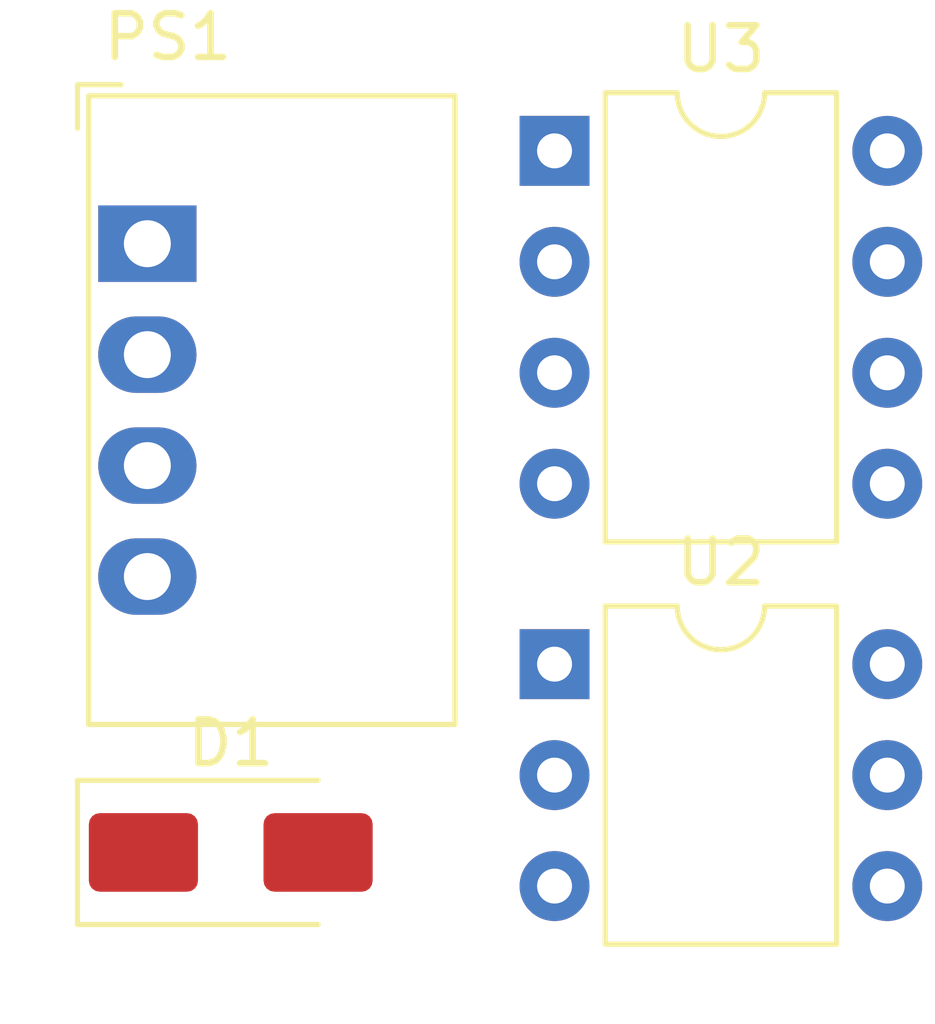
<source format=kicad_pcb>
(kicad_pcb (version 20240108) (generator "pcbnew") (generator_version "8.0")
  (layers (0 "F.Cu" signal) (31 "B.Cu" signal) (34 "B.Paste" user) (35 "F.Paste" user) (36 "B.SilkS" user "B.Silkscreen") (37 "F.SilkS" user "F.Silkscreen") (38 "B.Mask" user) (39 "F.Mask" user) (44 "Edge.Cuts" user))
  (net 0 "")
  (net 1 "12V_UNISO")
  (net 2 "GND")
  (net 3 "GND_ISO")
  (net 4 "+12V")
  (net 5 "Net-(Q2-S)")
  (net 7 "Net-(Q3-D)")
  (net 9 "Net-(Q5-G)")
  (net 10 "Net-(U3-CV)")
  (net 11 "Net-(U3-THR)")
  (net 12 "12V_ISO")
  (net 13 "Net-(Q6-G)")
  (net 14 "Net-(Q5-D)")
  (net 15 "Net-(U3-DIS)")
  (footprint "Converter_DCDC:Converter_DCDC_Murata_MEE3SxxxxSC_THT" (layer "F.Cu") (at 140.055 82.295)
    (property "Reference" "PS1" (at 0.47 -4.73 180) (layer "F.SilkS"))
    (property "Value" "MEE3S1212SC")
    (fp_line (start -1.6 -3.64) (end -1.6 -2.64) (stroke (width 0.12)) (layer "F.SilkS"))
    (fp_line (start -1.345 -3.385) (end -1.345 11.005) (stroke (width 0.12)) (layer "F.SilkS"))
    (fp_line (start -0.6 -3.64) (end -1.6 -3.64) (stroke (width 0.12)) (layer "F.SilkS"))
    (fp_line (start 7.045 -3.385) (end -1.345 -3.385) (stroke (width 0.12)) (layer "F.SilkS"))
    (fp_line (start 7.045 -3.385) (end 7.045 11.005) (stroke (width 0.12)) (layer "F.SilkS"))
    (fp_line (start 7.045 11.005) (end -1.345 11.005) (stroke (width 0.12)) (layer "F.SilkS"))
    (pad "1" thru_hole rect (at 0 0 270) (size 1.75 2.25) (drill 1.075) (layers "*.Cu" "*.Mask") (net 3 "GND_ISO"))
    (pad "2" thru_hole oval (at 0 2.54 270) (size 1.75 2.25) (drill 1.075) (layers "*.Cu" "*.Mask") (net 4 "+12V"))
    (pad "3" thru_hole oval (at 0 5.08 270) (size 1.75 2.25) (drill 1.075) (layers "*.Cu" "*.Mask") (net 2 "GND"))
    (pad "4" thru_hole oval (at 0 7.62 270) (size 1.75 2.25) (drill 1.075) (layers "*.Cu" "*.Mask") (net 1 "12V_UNISO"))
  )
  (footprint "Package_DIP:DIP-8_W7.62mm" (layer "F.Cu") (at 149.38 80.17)
    (property "Reference" "U3" (at 3.81 -2.33 0) (layer "F.SilkS"))
    (property "Value" "LM555xN")
    (fp_line (start 1.16 -1.33) (end 1.16 8.95) (stroke (width 0.12)) (layer "F.SilkS"))
    (fp_line (start 1.16 8.95) (end 6.46 8.95) (stroke (width 0.12)) (layer "F.SilkS"))
    (fp_line (start 2.81 -1.33) (end 1.16 -1.33) (stroke (width 0.12)) (layer "F.SilkS"))
    (fp_line (start 6.46 -1.33) (end 4.81 -1.33) (stroke (width 0.12)) (layer "F.SilkS"))
    (fp_line (start 6.46 8.95) (end 6.46 -1.33) (stroke (width 0.12)) (layer "F.SilkS"))
    (fp_arc (start 4.81 -1.33) (mid 3.81 -0.33) (end 2.81 -1.33) (stroke (width 0.12)) (layer "F.SilkS"))
    (pad "1" thru_hole rect (at 0 0) (size 1.6 1.6) (drill 0.8) (layers "*.Cu" "*.Mask") (net 3 "GND_ISO"))
    (pad "2" thru_hole oval (at 0 2.54) (size 1.6 1.6) (drill 0.8) (layers "*.Cu" "*.Mask") (net 11 "Net-(U3-THR)"))
    (pad "3" thru_hole oval (at 0 5.08) (size 1.6 1.6) (drill 0.8) (layers "*.Cu" "*.Mask") (net 13 "Net-(Q6-G)"))
    (pad "4" thru_hole oval (at 0 7.62) (size 1.6 1.6) (drill 0.8) (layers "*.Cu" "*.Mask") (net 14 "Net-(Q5-D)"))
    (pad "5" thru_hole oval (at 7.62 7.62) (size 1.6 1.6) (drill 0.8) (layers "*.Cu" "*.Mask") (net 10 "Net-(U3-CV)"))
    (pad "6" thru_hole oval (at 7.62 5.08) (size 1.6 1.6) (drill 0.8) (layers "*.Cu" "*.Mask") (net 11 "Net-(U3-THR)"))
    (pad "7" thru_hole oval (at 7.62 2.54) (size 1.6 1.6) (drill 0.8) (layers "*.Cu" "*.Mask") (net 15 "Net-(U3-DIS)"))
    (pad "8" thru_hole oval (at 7.62 0) (size 1.6 1.6) (drill 0.8) (layers "*.Cu" "*.Mask") (net 12 "12V_ISO"))
  )
  (footprint "Diode_SMD:D_SMA" (layer "F.Cu") (at 141.965 96.23)
    (property "Reference" "D1" (at 0 -2.5 0) (layer "F.SilkS"))
    (property "Value" "US2AA")
    (fp_line (start -3.51 -1.65) (end -3.51 1.65) (stroke (width 0.12)) (layer "F.SilkS"))
    (fp_line (start -3.51 -1.65) (end 2 -1.65) (stroke (width 0.12)) (layer "F.SilkS"))
    (fp_line (start -3.51 1.65) (end 2 1.65) (stroke (width 0.12)) (layer "F.SilkS"))
    (pad "1" smd roundrect (at -2 0) (size 2.5 1.8) (layers "F.Cu" "F.Paste" "F.Mask") (roundrect_rratio 0.1388888889) (net 1 "12V_UNISO"))
    (pad "2" smd roundrect (at 2 0) (size 2.5 1.8) (layers "F.Cu" "F.Paste" "F.Mask") (roundrect_rratio 0.1388888889) (net 2 "GND"))
  )
  (footprint "Package_DIP:DIP-6_W7.62mm" (layer "F.Cu") (at 149.38 91.92)
    (property "Reference" "U2" (at 3.81 -2.33 0) (layer "F.SilkS"))
    (property "Value" "4N35")
    (fp_line (start 1.16 -1.33) (end 1.16 6.41) (stroke (width 0.12)) (layer "F.SilkS"))
    (fp_line (start 1.16 6.41) (end 6.46 6.41) (stroke (width 0.12)) (layer "F.SilkS"))
    (fp_line (start 2.81 -1.33) (end 1.16 -1.33) (stroke (width 0.12)) (layer "F.SilkS"))
    (fp_line (start 6.46 -1.33) (end 4.81 -1.33) (stroke (width 0.12)) (layer "F.SilkS"))
    (fp_line (start 6.46 6.41) (end 6.46 -1.33) (stroke (width 0.12)) (layer "F.SilkS"))
    (fp_arc (start 4.81 -1.33) (mid 3.81 -0.33) (end 2.81 -1.33) (stroke (width 0.12)) (layer "F.SilkS"))
    (pad "1" thru_hole rect (at 0 0) (size 1.6 1.6) (drill 0.8) (layers "*.Cu" "*.Mask") (net 5 "Net-(Q2-S)"))
    (pad "2" thru_hole oval (at 0 2.54) (size 1.6 1.6) (drill 0.8) (layers "*.Cu" "*.Mask") (net 7 "Net-(Q3-D)"))
    (pad "3" thru_hole oval (at 0 5.08) (size 1.6 1.6) (drill 0.8) (layers "*.Cu" "*.Mask"))
    (pad "4" thru_hole oval (at 7.62 5.08) (size 1.6 1.6) (drill 0.8) (layers "*.Cu" "*.Mask") (net 3 "GND_ISO"))
    (pad "5" thru_hole oval (at 7.62 2.54) (size 1.6 1.6) (drill 0.8) (layers "*.Cu" "*.Mask") (net 9 "Net-(Q5-G)"))
    (pad "6" thru_hole oval (at 7.62 0) (size 1.6 1.6) (drill 0.8) (layers "*.Cu" "*.Mask"))
  )
)
</source>
